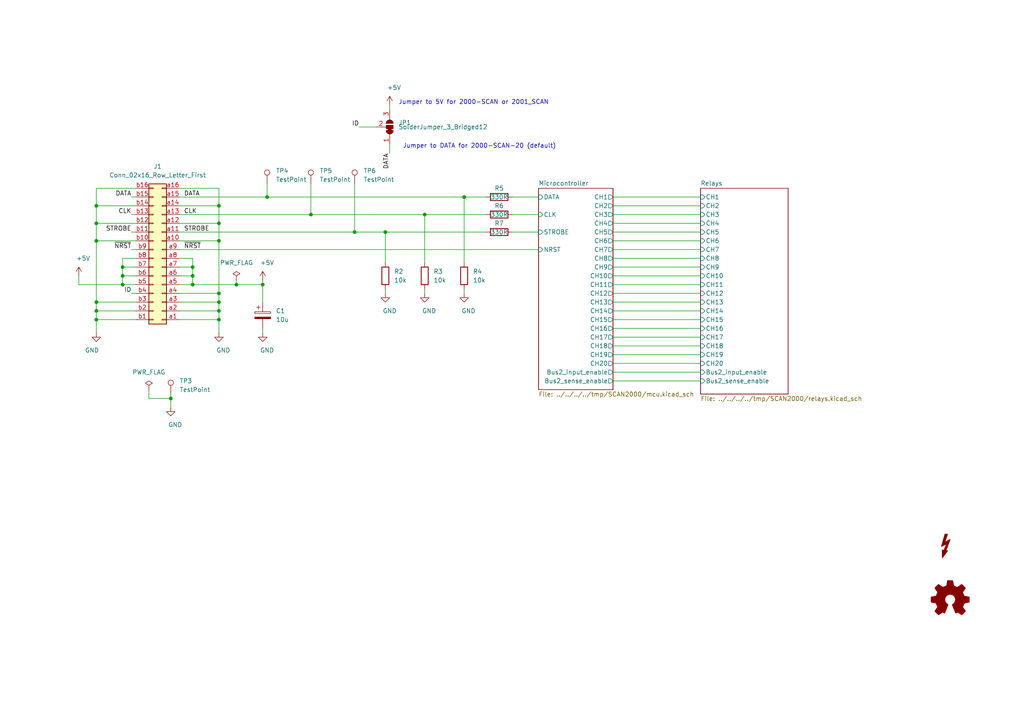
<source format=kicad_sch>
(kicad_sch (version 20230121) (generator eeschema)
  (paper "A4")
  (title_block (title "Keithley 2000-SCAN-20 SSR") (date "2022-01-11") (rev "v.1.1.0") (comment 1 "Copyright (©) 2021, Patrick Baus <patrick.baus@physik.tu-darmstadt.de>") (comment 2 "Licensed under CERN OHL v.1.2"))
  (lib_symbols
    (symbol "Connector:TestPoint" (pin_numbers hide) (pin_names (offset 0.762) hide)
      (property "Reference" "TP" (at 0 6.858 0))
      (property "Value" "TestPoint" (at 0 5.08 0))
      (symbol "TestPoint_0_1"
        (circle (center 0 3.302) (radius 0.762))
      )
      (symbol "TestPoint_1_1"
        (pin passive line (at 0 0 90) (length 2.54) (name "1") (number "1"))
      )
    )
    (symbol "Connector_Generic:Conn_02x16_Row_Letter_First" (pin_names (offset 1.016) hide)
      (property "Reference" "J" (at 1.27 20.32 0))
      (property "Value" "Conn_02x16_Row_Letter_First" (at 1.27 -22.86 0))
      (symbol "Conn_02x16_Row_Letter_First_1_1"
        (rectangle (start -1.27 -20.193) (end 0 -20.447) (stroke (width 0.1524)))
        (rectangle (start -1.27 -17.653) (end 0 -17.907) (stroke (width 0.1524)))
        (rectangle (start -1.27 -15.113) (end 0 -15.367) (stroke (width 0.1524)))
        (rectangle (start -1.27 -12.573) (end 0 -12.827) (stroke (width 0.1524)))
        (rectangle (start -1.27 -10.033) (end 0 -10.287) (stroke (width 0.1524)))
        (rectangle (start -1.27 -7.493) (end 0 -7.747) (stroke (width 0.1524)))
        (rectangle (start -1.27 -4.953) (end 0 -5.207) (stroke (width 0.1524)))
        (rectangle (start -1.27 -2.413) (end 0 -2.667) (stroke (width 0.1524)))
        (rectangle (start -1.27 0.127) (end 0 -0.127) (stroke (width 0.1524)))
        (rectangle (start -1.27 2.667) (end 0 2.413) (stroke (width 0.1524)))
        (rectangle (start -1.27 5.207) (end 0 4.953) (stroke (width 0.1524)))
        (rectangle (start -1.27 7.747) (end 0 7.493) (stroke (width 0.1524)))
        (rectangle (start -1.27 10.287) (end 0 10.033) (stroke (width 0.1524)))
        (rectangle (start -1.27 12.827) (end 0 12.573) (stroke (width 0.1524)))
        (rectangle (start -1.27 15.367) (end 0 15.113) (stroke (width 0.1524)))
        (rectangle (start -1.27 17.907) (end 0 17.653) (stroke (width 0.1524)))
        (rectangle (start -1.27 19.05) (end 3.81 -21.59) (stroke (width 0.254)) (fill (type background)))
        (rectangle (start 3.81 -20.193) (end 2.54 -20.447) (stroke (width 0.1524)))
        (rectangle (start 3.81 -17.653) (end 2.54 -17.907) (stroke (width 0.1524)))
        (rectangle (start 3.81 -15.113) (end 2.54 -15.367) (stroke (width 0.1524)))
        (rectangle (start 3.81 -12.573) (end 2.54 -12.827) (stroke (width 0.1524)))
        (rectangle (start 3.81 -10.033) (end 2.54 -10.287) (stroke (width 0.1524)))
        (rectangle (start 3.81 -7.493) (end 2.54 -7.747) (stroke (width 0.1524)))
        (rectangle (start 3.81 -4.953) (end 2.54 -5.207) (stroke (width 0.1524)))
        (rectangle (start 3.81 -2.413) (end 2.54 -2.667) (stroke (width 0.1524)))
        (rectangle (start 3.81 0.127) (end 2.54 -0.127) (stroke (width 0.1524)))
        (rectangle (start 3.81 2.667) (end 2.54 2.413) (stroke (width 0.1524)))
        (rectangle (start 3.81 5.207) (end 2.54 4.953) (stroke (width 0.1524)))
        (rectangle (start 3.81 7.747) (end 2.54 7.493) (stroke (width 0.1524)))
        (rectangle (start 3.81 10.287) (end 2.54 10.033) (stroke (width 0.1524)))
        (rectangle (start 3.81 12.827) (end 2.54 12.573) (stroke (width 0.1524)))
        (rectangle (start 3.81 15.367) (end 2.54 15.113) (stroke (width 0.1524)))
        (rectangle (start 3.81 17.907) (end 2.54 17.653) (stroke (width 0.1524)))
        (pin passive line (at -5.08 17.78 0) (length 3.81) (name "Pin_a1") (number "a1"))
        (pin passive line (at -5.08 -5.08 0) (length 3.81) (name "Pin_a10") (number "a10"))
        (pin passive line (at -5.08 -7.62 0) (length 3.81) (name "Pin_a11") (number "a11"))
        (pin passive line (at -5.08 -10.16 0) (length 3.81) (name "Pin_a12") (number "a12"))
        (pin passive line (at -5.08 -12.7 0) (length 3.81) (name "Pin_a13") (number "a13"))
        (pin passive line (at -5.08 -15.24 0) (length 3.81) (name "Pin_a14") (number "a14"))
        (pin passive line (at -5.08 -17.78 0) (length 3.81) (name "Pin_a15") (number "a15"))
        (pin passive line (at -5.08 -20.32 0) (length 3.81) (name "Pin_a16") (number "a16"))
        (pin passive line (at -5.08 15.24 0) (length 3.81) (name "Pin_a2") (number "a2"))
        (pin passive line (at -5.08 12.7 0) (length 3.81) (name "Pin_a3") (number "a3"))
        (pin passive line (at -5.08 10.16 0) (length 3.81) (name "Pin_a4") (number "a4"))
        (pin passive line (at -5.08 7.62 0) (length 3.81) (name "Pin_a5") (number "a5"))
        (pin passive line (at -5.08 5.08 0) (length 3.81) (name "Pin_a6") (number "a6"))
        (pin passive line (at -5.08 2.54 0) (length 3.81) (name "Pin_a7") (number "a7"))
        (pin passive line (at -5.08 0 0) (length 3.81) (name "Pin_a8") (number "a8"))
        (pin passive line (at -5.08 -2.54 0) (length 3.81) (name "Pin_a9") (number "a9"))
        (pin passive line (at 7.62 17.78 180) (length 3.81) (name "Pin_b1") (number "b1"))
        (pin passive line (at 7.62 -5.08 180) (length 3.81) (name "Pin_b10") (number "b10"))
        (pin passive line (at 7.62 -7.62 180) (length 3.81) (name "Pin_b11") (number "b11"))
        (pin passive line (at 7.62 -10.16 180) (length 3.81) (name "Pin_b12") (number "b12"))
        (pin passive line (at 7.62 -12.7 180) (length 3.81) (name "Pin_b13") (number "b13"))
        (pin passive line (at 7.62 -15.24 180) (length 3.81) (name "Pin_b14") (number "b14"))
        (pin passive line (at 7.62 -17.78 180) (length 3.81) (name "Pin_b15") (number "b15"))
        (pin passive line (at 7.62 -20.32 180) (length 3.81) (name "Pin_b16") (number "b16"))
        (pin passive line (at 7.62 15.24 180) (length 3.81) (name "Pin_b2") (number "b2"))
        (pin passive line (at 7.62 12.7 180) (length 3.81) (name "Pin_b3") (number "b3"))
        (pin passive line (at 7.62 10.16 180) (length 3.81) (name "Pin_b4") (number "b4"))
        (pin passive line (at 7.62 7.62 180) (length 3.81) (name "Pin_b5") (number "b5"))
        (pin passive line (at 7.62 5.08 180) (length 3.81) (name "Pin_b6") (number "b6"))
        (pin passive line (at 7.62 2.54 180) (length 3.81) (name "Pin_b7") (number "b7"))
        (pin passive line (at 7.62 0 180) (length 3.81) (name "Pin_b8") (number "b8"))
        (pin passive line (at 7.62 -2.54 180) (length 3.81) (name "Pin_b9") (number "b9"))
      )
    )
    (symbol "Device:C_Polarized" (pin_numbers hide) (pin_names (offset 0.254))
      (property "Reference" "C" (at 0.635 2.54 0))
      (property "Value" "C_Polarized" (at 0.635 -2.54 0))
      (symbol "C_Polarized_0_1"
        (rectangle (start -2.286 0.508) (end 2.286 1.016))
        (polyline (pts (xy -1.778 2.286) (xy -0.762 2.286)))
        (polyline (pts (xy -1.27 2.794) (xy -1.27 1.778)))
        (rectangle (start 2.286 -0.508) (end -2.286 -1.016) (fill (type outline)))
      )
      (symbol "C_Polarized_1_1"
        (pin passive line (at 0 3.81 270) (length 2.794) (name "~") (number "1"))
        (pin passive line (at 0 -3.81 90) (length 2.794) (name "~") (number "2"))
      )
    )
    (symbol "Device:R" (pin_numbers hide) (pin_names (offset 0))
      (property "Reference" "R" (at 2.032 0 90))
      (property "Value" "R" (at 0 0 90))
      (symbol "R_0_1"
        (rectangle (start -1.016 -2.54) (end 1.016 2.54) (stroke (width 0.254)))
      )
      (symbol "R_1_1"
        (pin passive line (at 0 3.81 270) (length 1.27) (name "~") (number "1"))
        (pin passive line (at 0 -3.81 90) (length 1.27) (name "~") (number "2"))
      )
    )
    (symbol "Graphic:Logo_Open_Hardware_Small" (pin_names (offset 1.016))
      (symbol "Logo_Open_Hardware_Small_0_1"
        (polyline (pts (xy 3.3528 -4.3434) (xy 3.302 -4.318) (xy 3.175 -4.2418) (xy 2.9972 -4.1148) (xy 2.7686 -3.9624) (xy 2.54 -3.81) (xy 2.3622 -3.7084) (xy 2.2352 -3.6068) (xy 2.1844 -3.5814) (xy 2.159 -3.6068) (xy 2.0574 -3.6576) (xy 1.905 -3.7338) (xy 1.8034 -3.7846) (xy 1.6764 -3.8354) (xy 1.6002 -3.8354) (xy 1.6002 -3.8354) (xy 1.5494 -3.7338) (xy 1.4732 -3.5306) (xy 1.3462 -3.302) (xy 1.2446 -3.0226) (xy 1.1176 -2.7178) (xy 0.9652 -2.413) (xy 0.8636 -2.1082) (xy 0.7366 -1.8288) (xy 0.6604 -1.6256) (xy 0.6096 -1.4732) (xy 0.5842 -1.397) (xy 0.5842 -1.397) (xy 0.6604 -1.3208) (xy 0.7874 -1.2446) (xy 1.0414 -1.016) (xy 1.2954 -0.6858) (xy 1.4478 -0.3302) (xy 1.524 0.0762) (xy 1.4732 0.4572) (xy 1.3208 0.8128) (xy 1.0668 1.143) (xy 0.762 1.3716) (xy 0.4064 1.524) (xy 0 1.5748) (xy -0.381 1.5494) (xy -0.7366 1.397) (xy -1.0668 1.143) (xy -1.2192 0.9906) (xy -1.397 0.6604) (xy -1.524 0.3048) (xy -1.524 0.2286) (xy -1.4986 -0.1778) (xy -1.397 -0.5334) (xy -1.1938 -0.8636) (xy -0.9144 -1.143) (xy -0.8636 -1.1684) (xy -0.7366 -1.27) (xy -0.635 -1.3462) (xy -0.5842 -1.397) (xy -1.0668 -2.5908) (xy -1.143 -2.794) (xy -1.2954 -3.1242) (xy -1.397 -3.4036) (xy -1.4986 -3.6322) (xy -1.5748 -3.7846) (xy -1.6002 -3.8354) (xy -1.6002 -3.8354) (xy -1.651 -3.8354) (xy -1.7272 -3.81) (xy -1.905 -3.7338) (xy -2.0066 -3.683) (xy -2.1336 -3.6068) (xy -2.2098 -3.5814) (xy -2.2606 -3.6068) (xy -2.3622 -3.683) (xy -2.54 -3.81) (xy -2.7686 -3.9624) (xy -2.9718 -4.0894) (xy -3.1496 -4.2164) (xy -3.302 -4.318) (xy -3.3528 -4.3434) (xy -3.3782 -4.3434) (xy -3.429 -4.318) (xy -3.5306 -4.2164) (xy -3.7084 -4.064) (xy -3.937 -3.8354) (xy -3.9624 -3.81) (xy -4.1656 -3.6068) (xy -4.318 -3.4544) (xy -4.4196 -3.3274) (xy -4.445 -3.2766) (xy -4.445 -3.2766) (xy -4.4196 -3.2258) (xy -4.318 -3.0734) (xy -4.2164 -2.8956) (xy -4.064 -2.667) (xy -3.6576 -2.0828) (xy -3.8862 -1.5494) (xy -3.937 -1.3716) (xy -4.0386 -1.1684) (xy -4.0894 -1.0414) (xy -4.1148 -0.9652) (xy -4.191 -0.9398) (xy -4.318 -0.9144) (xy -4.5466 -0.8636) (xy -4.8006 -0.8128) (xy -5.0546 -0.7874) (xy -5.2578 -0.7366) (xy -5.4356 -0.7112) (xy -5.5118 -0.6858) (xy -5.5118 -0.6858) (xy -5.5372 -0.635) (xy -5.5372 -0.5588) (xy -5.5372 -0.4318) (xy -5.5626 -0.2286) (xy -5.5626 0.0762) (xy -5.5626 0.127) (xy -5.5372 0.4064) (xy -5.5372 0.635) (xy -5.5372 0.762) (xy -5.5372 0.8382) (xy -5.5372 0.8382) (xy -5.461 0.8382) (xy -5.3086 0.889) (xy -5.08 0.9144) (xy -4.826 0.9652) (xy -4.8006 0.9906) (xy -4.5466 1.0414) (xy -4.318 1.0668) (xy -4.1656 1.1176) (xy -4.0894 1.143) (xy -4.0894 1.143) (xy -4.0386 1.2446) (xy -3.9624 1.4224) (xy -3.8608 1.6256) (xy -3.7846 1.8288) (xy -3.7084 2.0066) (xy -3.6576 2.159) (xy -3.6322 2.2098) (xy -3.6322 2.2098) (xy -3.683 2.286) (xy -3.7592 2.413) (xy -3.8862 2.5908) (xy -4.064 2.8194) (xy -4.064 2.8448) (xy -4.2164 3.0734) (xy -4.3434 3.2512) (xy -4.4196 3.3782) (xy -4.445 3.4544) (xy -4.445 3.4544) (xy -4.3942 3.5052) (xy -4.2926 3.6322) (xy -4.1148 3.81) (xy -3.937 4.0132) (xy -3.8608 4.064) (xy -3.6576 4.2926) (xy -3.5052 4.4196) (xy -3.4036 4.4958) (xy -3.3528 4.5212) (xy -3.3528 4.5212) (xy -3.302 4.4704) (xy -3.1496 4.3688) (xy -2.9718 4.2418) (xy -2.7432 4.0894) (xy -2.7178 4.0894) (xy -2.4892 3.937) (xy -2.3114 3.81) (xy -2.1844 3.7084) (xy -2.1336 3.683) (xy -2.1082 3.683) (xy -2.032 3.7084) (xy -1.8542 3.7592) (xy -1.6764 3.8354) (xy -1.4732 3.937) (xy -1.27 4.0132) (xy -1.143 4.064) (xy -1.0668 4.1148) (xy -1.0668 4.1148) (xy -1.0414 4.191) (xy -1.016 4.3434) (xy -0.9652 4.572) (xy -0.9144 4.8514) (xy -0.889 4.9022) (xy -0.8382 5.1562) (xy -0.8128 5.3848) (xy -0.7874 5.5372) (xy -0.762 5.588) (xy -0.7112 5.6134) (xy -0.5842 5.6134) (xy -0.4064 5.6134) (xy -0.1524 5.6134) (xy 0.0762 5.6134) (xy 0.3302 5.6134) (xy 0.5334 5.6134) (xy 0.6858 5.588) (xy 0.7366 5.588) (xy 0.7366 5.588) (xy 0.762 5.5118) (xy 0.8128 5.334) (xy 0.8382 5.1054) (xy 0.9144 4.826) (xy 0.9144 4.7752) (xy 0.9652 4.5212) (xy 1.016 4.2926) (xy 1.0414 4.1402) (xy 1.0668 4.0894) (xy 1.0668 4.0894) (xy 1.1938 4.0386) (xy 1.3716 3.9624) (xy 1.5748 3.8608) (xy 2.0828 3.6576) (xy 2.7178 4.0894) (xy 2.7686 4.1402) (xy 2.9972 4.2926) (xy 3.175 4.4196) (xy 3.302 4.4958) (xy 3.3782 4.5212) (xy 3.3782 4.5212) (xy 3.429 4.4704) (xy 3.556 4.3434) (xy 3.7338 4.191) (xy 3.9116 3.9878) (xy 4.064 3.8354) (xy 4.2418 3.6576) (xy 4.3434 3.556) (xy 4.4196 3.4798) (xy 4.4196 3.429) (xy 4.4196 3.4036) (xy 4.3942 3.3274) (xy 4.2926 3.2004) (xy 4.1656 2.9972) (xy 4.0132 2.794) (xy 3.8862 2.5908) (xy 3.7592 2.3876) (xy 3.6576 2.2352) (xy 3.6322 2.159) (xy 3.6322 2.1336) (xy 3.683 2.0066) (xy 3.7592 1.8288) (xy 3.8608 1.6002) (xy 4.064 1.1176) (xy 4.3942 1.0414) (xy 4.5974 1.016) (xy 4.8768 0.9652) (xy 5.1308 0.9144) (xy 5.5372 0.8382) (xy 5.5626 -0.6604) (xy 5.4864 -0.6858) (xy 5.4356 -0.6858) (xy 5.2832 -0.7366) (xy 5.0546 -0.762) (xy 4.8006 -0.8128) (xy 4.5974 -0.8636) (xy 4.3688 -0.9144) (xy 4.2164 -0.9398) (xy 4.1402 -0.9398) (xy 4.1148 -0.9652) (xy 4.064 -1.0668) (xy 3.9878 -1.2446) (xy 3.9116 -1.4478) (xy 3.81 -1.651) (xy 3.7338 -1.8542) (xy 3.683 -2.0066) (xy 3.6576 -2.0828) (xy 3.683 -2.1336) (xy 3.7846 -2.2606) (xy 3.8862 -2.4638) (xy 4.0386 -2.667) (xy 4.191 -2.8956) (xy 4.318 -3.0734) (xy 4.3942 -3.2004) (xy 4.445 -3.2766) (xy 4.4196 -3.3274) (xy 4.3434 -3.429) (xy 4.1656 -3.5814) (xy 3.937 -3.8354) (xy 3.8862 -3.8608) (xy 3.683 -4.064) (xy 3.5306 -4.2164) (xy 3.4036 -4.318) (xy 3.3528 -4.3434)) (fill (type outline)))
      )
    )
    (symbol "Graphic:SYM_Flash_Small" (pin_names (offset 1.016))
      (symbol "SYM_Flash_Small_0_1"
        (polyline (pts (xy 0.508 -1.016) (xy -1.016 -0.762) (xy -1.016 -3.048) (xy 0.508 -1.016)) (stroke (width 0.2032)) (fill (type outline)))
        (polyline (pts (xy -0.254 3.81) (xy 0.508 3.81) (xy -0.254 1.524) (xy 1.27 2.286) (xy 0 -1.016) (xy -0.508 -0.762) (xy 0.254 1.016) (xy -1.27 0.254) (xy -0.254 3.81)) (stroke (width 0.2032)) (fill (type outline)))
      )
    )
    (symbol "Jumper:SolderJumper_3_Bridged12" (pin_names (offset 0) hide)
      (property "Reference" "JP" (at -2.54 -2.54 0))
      (property "Value" "SolderJumper_3_Bridged12" (at 0 2.794 0))
      (symbol "SolderJumper_3_Bridged12_0_1"
        (rectangle (start -1.016 0.508) (end -0.508 -0.508) (fill (type outline)))
        (arc (start -1.016 1.016) (mid -2.0276 0) (end -1.016 -1.016))
        (arc (start -1.016 1.016) (mid -2.0276 0) (end -1.016 -1.016) (fill (type outline)))
        (rectangle (start -0.508 1.016) (end 0.508 -1.016) (fill (type outline)))
        (polyline (pts (xy -2.54 0) (xy -2.032 0)))
        (polyline (pts (xy -1.016 1.016) (xy -1.016 -1.016)))
        (polyline (pts (xy 0 -1.27) (xy 0 -1.016)))
        (polyline (pts (xy 1.016 1.016) (xy 1.016 -1.016)))
        (polyline (pts (xy 2.54 0) (xy 2.032 0)))
        (arc (start 1.016 -1.016) (mid 2.0276 0) (end 1.016 1.016))
        (arc (start 1.016 -1.016) (mid 2.0276 0) (end 1.016 1.016) (fill (type outline)))
      )
      (symbol "SolderJumper_3_Bridged12_1_1"
        (pin passive line (at -5.08 0 0) (length 2.54) (name "A") (number "1"))
        (pin input line (at 0 -3.81 90) (length 2.54) (name "C") (number "2"))
        (pin passive line (at 5.08 0 180) (length 2.54) (name "B") (number "3"))
      )
    )
    (symbol "power:+5V" (power) (pin_names (offset 0))
      (property "Value" "+5V" (at 0 3.556 0))
      (symbol "+5V_0_1"
        (polyline (pts (xy -0.762 1.27) (xy 0 2.54)))
        (polyline (pts (xy 0 0) (xy 0 2.54)))
        (polyline (pts (xy 0 2.54) (xy 0.762 1.27)))
      )
      (symbol "+5V_1_1"
        (pin power_in line (at 0 0 90) (length 0) hide (name "+5V") (number "1"))
      )
    )
    (symbol "power:GND" (power) (pin_names (offset 0))
      (property "Value" "GND" (at 0 -3.81 0))
      (symbol "GND_0_1"
        (polyline (pts (xy 0 0) (xy 0 -1.27) (xy 1.27 -1.27) (xy 0 -2.54) (xy -1.27 -1.27) (xy 0 -1.27)))
      )
      (symbol "GND_1_1"
        (pin power_in line (at 0 0 270) (length 0) hide (name "GND") (number "1"))
      )
    )
    (symbol "power:PWR_FLAG" (power) (pin_numbers hide) (pin_names (offset 0) hide)
      (property "Value" "PWR_FLAG" (at 0 3.81 0))
      (symbol "PWR_FLAG_0_0"
        (pin power_out line (at 0 0 90) (length 0) (name "pwr") (number "1"))
      )
      (symbol "PWR_FLAG_0_1"
        (polyline (pts (xy 0 0) (xy 0 1.27) (xy -1.016 1.905) (xy 0 2.54) (xy 1.016 1.905) (xy 0 1.27)))
      )
    )
  )
  (junction (at 63.5 90.17))
  (junction (at 102.87 67.31))
  (junction (at 77.47 57.15))
  (junction (at 27.94 87.63))
  (junction (at 27.94 92.71))
  (junction (at 63.5 69.85))
  (junction (at 49.53 115.57))
  (junction (at 123.19 62.23))
  (junction (at 63.5 85.09))
  (junction (at 27.94 59.69))
  (junction (at 55.88 82.55))
  (junction (at 27.94 69.85))
  (junction (at 35.56 77.47))
  (junction (at 63.5 59.69))
  (junction (at 76.2 82.55))
  (junction (at 35.56 82.55))
  (junction (at 134.62 57.15))
  (junction (at 55.88 80.01))
  (junction (at 111.76 67.31))
  (junction (at 90.17 62.23))
  (junction (at 63.5 87.63))
  (junction (at 27.94 64.77))
  (junction (at 27.94 90.17))
  (junction (at 63.5 92.71))
  (junction (at 63.5 64.77))
  (junction (at 68.58 82.55))
  (junction (at 35.56 80.01))
  (junction (at 55.88 77.47))
  (wire (pts (xy 177.8 82.55) (xy 203.2 82.55)))
  (wire (pts (xy 113.03 41.91) (xy 113.03 44.45)))
  (wire (pts (xy 22.86 82.55) (xy 22.86 80.01)))
  (wire (pts (xy 102.87 53.34) (xy 102.87 67.31)))
  (wire (pts (xy 39.37 74.93) (xy 35.56 74.93)))
  (wire (pts (xy 39.37 87.63) (xy 27.94 87.63)))
  (wire (pts (xy 52.07 90.17) (xy 63.5 90.17)))
  (wire (pts (xy 76.2 82.55) (xy 76.2 81.28)))
  (wire (pts (xy 177.8 107.95) (xy 203.2 107.95)))
  (wire (pts (xy 35.56 82.55) (xy 22.86 82.55)))
  (wire (pts (xy 52.07 82.55) (xy 55.88 82.55)))
  (wire (pts (xy 76.2 96.52) (xy 76.2 95.25)))
  (wire (pts (xy 140.97 67.31) (xy 111.76 67.31)))
  (wire (pts (xy 177.8 72.39) (xy 203.2 72.39)))
  (wire (pts (xy 27.94 54.61) (xy 27.94 59.69)))
  (wire (pts (xy 134.62 57.15) (xy 140.97 57.15)))
  (wire (pts (xy 63.5 54.61) (xy 63.5 59.69)))
  (wire (pts (xy 177.8 67.31) (xy 203.2 67.31)))
  (wire (pts (xy 156.21 57.15) (xy 148.59 57.15)))
  (wire (pts (xy 43.18 113.03) (xy 43.18 115.57)))
  (wire (pts (xy 90.17 53.34) (xy 90.17 62.23)))
  (wire (pts (xy 111.76 76.2) (xy 111.76 67.31)))
  (wire (pts (xy 156.21 62.23) (xy 148.59 62.23)))
  (wire (pts (xy 177.8 62.23) (xy 203.2 62.23)))
  (wire (pts (xy 63.5 87.63) (xy 63.5 90.17)))
  (wire (pts (xy 177.8 59.69) (xy 203.2 59.69)))
  (wire (pts (xy 27.94 87.63) (xy 27.94 90.17)))
  (wire (pts (xy 177.8 105.41) (xy 203.2 105.41)))
  (wire (pts (xy 27.94 59.69) (xy 27.94 64.77)))
  (wire (pts (xy 39.37 57.15) (xy 38.1 57.15)))
  (wire (pts (xy 39.37 54.61) (xy 27.94 54.61)))
  (wire (pts (xy 177.8 95.25) (xy 203.2 95.25)))
  (wire (pts (xy 52.07 59.69) (xy 63.5 59.69)))
  (wire (pts (xy 63.5 59.69) (xy 63.5 64.77)))
  (wire (pts (xy 49.53 115.57) (xy 43.18 115.57)))
  (wire (pts (xy 55.88 82.55) (xy 68.58 82.55)))
  (wire (pts (xy 27.94 69.85) (xy 27.94 87.63)))
  (wire (pts (xy 177.8 97.79) (xy 203.2 97.79)))
  (wire (pts (xy 77.47 53.34) (xy 77.47 57.15)))
  (wire (pts (xy 49.53 118.11) (xy 49.53 115.57)))
  (wire (pts (xy 52.07 85.09) (xy 63.5 85.09)))
  (wire (pts (xy 55.88 80.01) (xy 52.07 80.01)))
  (wire (pts (xy 55.88 82.55) (xy 55.88 80.01)))
  (wire (pts (xy 111.76 83.82) (xy 111.76 85.09)))
  (wire (pts (xy 39.37 69.85) (xy 27.94 69.85)))
  (wire (pts (xy 177.8 80.01) (xy 203.2 80.01)))
  (wire (pts (xy 27.94 90.17) (xy 27.94 92.71)))
  (wire (pts (xy 39.37 82.55) (xy 35.56 82.55)))
  (wire (pts (xy 177.8 90.17) (xy 203.2 90.17)))
  (wire (pts (xy 76.2 87.63) (xy 76.2 82.55)))
  (wire (pts (xy 102.87 67.31) (xy 111.76 67.31)))
  (wire (pts (xy 177.8 85.09) (xy 203.2 85.09)))
  (wire (pts (xy 177.8 74.93) (xy 203.2 74.93)))
  (wire (pts (xy 52.07 92.71) (xy 63.5 92.71)))
  (wire (pts (xy 27.94 64.77) (xy 27.94 69.85)))
  (wire (pts (xy 39.37 62.23) (xy 38.1 62.23)))
  (wire (pts (xy 177.8 102.87) (xy 203.2 102.87)))
  (wire (pts (xy 68.58 82.55) (xy 76.2 82.55)))
  (wire (pts (xy 123.19 62.23) (xy 140.97 62.23)))
  (wire (pts (xy 39.37 67.31) (xy 38.1 67.31)))
  (wire (pts (xy 177.8 64.77) (xy 203.2 64.77)))
  (wire (pts (xy 52.07 74.93) (xy 55.88 74.93)))
  (wire (pts (xy 52.07 57.15) (xy 77.47 57.15)))
  (wire (pts (xy 35.56 74.93) (xy 35.56 77.47)))
  (wire (pts (xy 39.37 92.71) (xy 27.94 92.71)))
  (wire (pts (xy 123.19 76.2) (xy 123.19 62.23)))
  (wire (pts (xy 55.88 77.47) (xy 55.88 80.01)))
  (wire (pts (xy 177.8 110.49) (xy 203.2 110.49)))
  (wire (pts (xy 90.17 62.23) (xy 123.19 62.23)))
  (wire (pts (xy 123.19 83.82) (xy 123.19 85.09)))
  (wire (pts (xy 52.07 64.77) (xy 63.5 64.77)))
  (wire (pts (xy 49.53 115.57) (xy 49.53 114.3)))
  (wire (pts (xy 39.37 90.17) (xy 27.94 90.17)))
  (wire (pts (xy 55.88 74.93) (xy 55.88 77.47)))
  (wire (pts (xy 39.37 85.09) (xy 38.1 85.09)))
  (wire (pts (xy 113.03 30.48) (xy 113.03 31.75)))
  (wire (pts (xy 177.8 100.33) (xy 203.2 100.33)))
  (wire (pts (xy 52.07 87.63) (xy 63.5 87.63)))
  (wire (pts (xy 52.07 54.61) (xy 63.5 54.61)))
  (wire (pts (xy 52.07 67.31) (xy 102.87 67.31)))
  (wire (pts (xy 39.37 64.77) (xy 27.94 64.77)))
  (wire (pts (xy 134.62 76.2) (xy 134.62 57.15)))
  (wire (pts (xy 35.56 82.55) (xy 35.56 80.01)))
  (wire (pts (xy 52.07 62.23) (xy 90.17 62.23)))
  (wire (pts (xy 52.07 72.39) (xy 156.21 72.39)))
  (wire (pts (xy 52.07 69.85) (xy 63.5 69.85)))
  (wire (pts (xy 109.22 36.83) (xy 104.14 36.83)))
  (wire (pts (xy 63.5 92.71) (xy 63.5 96.52)))
  (wire (pts (xy 39.37 59.69) (xy 27.94 59.69)))
  (wire (pts (xy 63.5 90.17) (xy 63.5 92.71)))
  (wire (pts (xy 52.07 77.47) (xy 55.88 77.47)))
  (wire (pts (xy 35.56 80.01) (xy 39.37 80.01)))
  (wire (pts (xy 39.37 77.47) (xy 35.56 77.47)))
  (wire (pts (xy 63.5 85.09) (xy 63.5 87.63)))
  (wire (pts (xy 39.37 72.39) (xy 38.1 72.39)))
  (wire (pts (xy 35.56 77.47) (xy 35.56 80.01)))
  (wire (pts (xy 156.21 67.31) (xy 148.59 67.31)))
  (wire (pts (xy 63.5 69.85) (xy 63.5 85.09)))
  (wire (pts (xy 177.8 92.71) (xy 203.2 92.71)))
  (wire (pts (xy 177.8 77.47) (xy 203.2 77.47)))
  (wire (pts (xy 177.8 87.63) (xy 203.2 87.63)))
  (wire (pts (xy 77.47 57.15) (xy 134.62 57.15)))
  (wire (pts (xy 63.5 64.77) (xy 63.5 69.85)))
  (wire (pts (xy 177.8 57.15) (xy 203.2 57.15)))
  (wire (pts (xy 177.8 69.85) (xy 203.2 69.85)))
  (wire (pts (xy 134.62 83.82) (xy 134.62 85.09)))
  (wire (pts (xy 68.58 81.28) (xy 68.58 82.55)))
  (wire (pts (xy 27.94 92.71) (xy 27.94 96.52)))
  (text "Jumper to 5V for 2000-SCAN or 2001_SCAN\n" (at 115.57 30.48 0) (effects (font (size 1.27 1.27)) (justify left bottom)))
  (text "Jumper to DATA for 2000-SCAN-20 (default)" (at 116.84 43.18 0) (effects (font (size 1.27 1.27)) (justify left bottom)))
  (label "STROBE" (at 38.1 67.31 180))
  (label "ID" (at 38.1 85.09 180))
  (label "CLK" (at 53.34 62.23 0))
  (label "DATA" (at 38.1 57.15 180))
  (label "STROBE" (at 53.34 67.31 0))
  (label "~{NRST}" (at 53.34 72.39 0))
  (label "ID" (at 104.14 36.83 180))
  (label "CLK" (at 38.1 62.23 180))
  (label "~{NRST}" (at 38.1 72.39 180))
  (label "DATA" (at 53.34 57.15 0))
  (label "DATA" (at 113.03 44.45 270))
  (symbol (lib_id "Connector_Generic:Conn_02x16_Row_Letter_First") (at 46.99 74.93 180) (unit 1)
    (property "Reference" "J1" (at 45.72 48.26 0))
    (property "Value" "Conn_02x16_Row_Letter_First" (at 45.72 50.8 0))
    (property "Footprint" "Connector_DIN:DIN41612_B2_2x16_Male_Horizontal_THT" (effects hide))
    (property "MFN" "Molex" (effects hide))
    (property "PN" "85050-0000" (effects hide))
  )
  (symbol (lib_id "power:GND") (at 63.5 96.52 0) (unit 1)
    (property "Reference" "#PWR03" (effects hide))
    (property "Value" "GND" (at 64.77 101.6 0))
  )
  (symbol (lib_id "power:GND") (at 27.94 96.52 0) (mirror y) (unit 1)
    (property "Reference" "#PWR02" (effects hide))
    (property "Value" "GND" (at 26.67 101.6 0))
  )
  (symbol (lib_id "power:+5V") (at 76.2 81.28 0) (unit 1)
    (property "Reference" "#PWR04" (effects hide))
    (property "Value" "+5V" (at 77.47 76.2 0))
  )
  (symbol (lib_id "power:+5V") (at 22.86 80.01 0) (unit 1)
    (property "Reference" "#PWR01" (effects hide))
    (property "Value" "+5V" (at 24.13 74.93 0))
  )
  (symbol (lib_id "power:+5V") (at 113.03 30.48 0) (unit 1)
    (property "Reference" "#PWR08" (effects hide))
    (property "Value" "+5V" (at 114.3 25.4 0))
  )
  (symbol (lib_id "Jumper:SolderJumper_3_Bridged12") (at 113.03 36.83 270) (mirror x) (unit 1) (in_bom no)
    (property "Reference" "JP1" (at 115.57 35.56 90) (effects (justify left)))
    (property "Value" "SolderJumper_3_Bridged12" (at 115.57 36.83 90) (effects (justify left)))
    (property "Footprint" "Jumper:SolderJumper-3_P1.3mm_Bridged12_Pad1.0x1.5mm_NumberLabels" (effects hide))
    (property "DNP" "1" (effects hide))
  )
  (symbol (lib_id "Device:R") (at 111.76 80.01 0) (unit 1)
    (property "Reference" "R2" (at 114.3 78.74 0) (effects (justify left)))
    (property "Value" "10k" (at 114.3 81.28 0) (effects (justify left)))
    (property "Footprint" "Resistor_SMD:R_0603_1608Metric" (effects hide))
    (property "MFN" "Vishay" (effects hide))
    (property "PN" "CRCW060310K0JNEB" (effects hide))
  )
  (symbol (lib_id "power:GND") (at 111.76 85.09 0) (unit 1)
    (property "Reference" "#PWR07" (effects hide))
    (property "Value" "GND" (at 113.03 90.17 0))
  )
  (symbol (lib_id "Device:R") (at 144.78 57.15 270) (unit 1)
    (property "Reference" "R5" (at 144.78 54.61 90))
    (property "Value" "330R" (at 144.78 57.15 90))
    (property "Footprint" "Resistor_SMD:R_0603_1608Metric" (effects hide))
    (property "MFN" "Vishay" (effects hide))
    (property "PN" "CRCW0603330RJNEB" (effects hide))
  )
  (symbol (lib_id "Device:R") (at 144.78 62.23 270) (unit 1)
    (property "Reference" "R6" (at 144.78 59.69 90))
    (property "Value" "330R" (at 144.78 62.23 90))
    (property "Footprint" "Resistor_SMD:R_0603_1608Metric" (effects hide))
    (property "MFN" "Vishay" (effects hide))
    (property "PN" "CRCW0603330RJNEB" (effects hide))
  )
  (symbol (lib_id "Device:R") (at 144.78 67.31 270) (unit 1)
    (property "Reference" "R7" (at 144.78 64.77 90))
    (property "Value" "330R" (at 144.78 67.31 90))
    (property "Footprint" "Resistor_SMD:R_0603_1608Metric" (effects hide))
    (property "MFN" "Vishay" (effects hide))
    (property "PN" "CRCW0603330RJNEB" (effects hide))
  )
  (symbol (lib_id "Device:R") (at 123.19 80.01 0) (unit 1)
    (property "Reference" "R3" (at 125.73 78.74 0) (effects (justify left)))
    (property "Value" "10k" (at 125.73 81.28 0) (effects (justify left)))
    (property "Footprint" "Resistor_SMD:R_0603_1608Metric" (effects hide))
    (property "MFN" "Vishay" (effects hide))
    (property "PN" "CRCW060310K0JNEB" (effects hide))
  )
  (symbol (lib_id "power:GND") (at 123.19 85.09 0) (unit 1)
    (property "Reference" "#PWR09" (effects hide))
    (property "Value" "GND" (at 124.46 90.17 0))
  )
  (symbol (lib_id "Device:R") (at 134.62 80.01 0) (unit 1)
    (property "Reference" "R4" (at 137.16 78.74 0) (effects (justify left)))
    (property "Value" "10k" (at 137.16 81.28 0) (effects (justify left)))
    (property "Footprint" "Resistor_SMD:R_0603_1608Metric" (effects hide))
    (property "MFN" "Vishay" (effects hide))
    (property "PN" "CRCW060310K0JNEB" (effects hide))
  )
  (symbol (lib_id "power:GND") (at 134.62 85.09 0) (unit 1)
    (property "Reference" "#PWR010" (effects hide))
    (property "Value" "GND" (at 135.89 90.17 0))
  )
  (symbol (lib_id "Device:C_Polarized") (at 76.2 91.44 0) (unit 1)
    (property "Reference" "C1" (at 80.01 90.17 0) (effects (justify left)))
    (property "Value" "10u" (at 80.01 92.71 0) (effects (justify left)))
    (property "Footprint" "Capacitor_THT:CP_Radial_D6.3mm_P2.50mm" (effects hide))
    (property "MFN" "Nichicon" (effects hide))
    (property "PN" "ULD2A100MED1TD" (effects hide))
  )
  (symbol (lib_id "power:GND") (at 76.2 96.52 0) (unit 1)
    (property "Reference" "#PWR05" (effects hide))
    (property "Value" "GND" (at 77.47 101.6 0))
  )
  (symbol (lib_id "Graphic:Logo_Open_Hardware_Small") (at 275.59 173.99 0) (unit 1) (in_bom no)
    (property "Reference" "LOGO2" (effects hide))
    (property "Value" "Logo_Open_Hardware_Small" (effects hide))
    (property "Footprint" "Symbol:OSHW-Logo_7.5x8mm_SilkScreen" (effects hide))
    (property "DNP" "1" (effects hide))
  )
  (symbol (lib_id "Connector:TestPoint") (at 49.53 114.3 0) (unit 1)
    (property "Reference" "TP3" (at 52.07 110.49 0) (effects (justify left)))
    (property "Value" "TestPoint" (at 52.07 113.03 0) (effects (justify left)))
    (property "Footprint" "TestPoint:TestPoint_Loop_D2.60mm_Drill1.6mm_Beaded" (effects hide))
    (property "MFN" "Keystone" (effects hide))
    (property "PN" "5281" (effects hide))
  )
  (symbol (lib_id "power:GND") (at 49.53 118.11 0) (unit 1)
    (property "Reference" "#PWR0101" (effects hide))
    (property "Value" "GND" (at 50.8 123.19 0))
  )
  (symbol (lib_id "Connector:TestPoint") (at 77.47 53.34 0) (unit 1)
    (property "Reference" "TP4" (at 80.01 49.53 0) (effects (justify left)))
    (property "Value" "TestPoint" (at 80.01 52.07 0) (effects (justify left)))
    (property "Footprint" "TestPoint:TestPoint_Loop_D2.60mm_Drill1.6mm_Beaded" (effects hide))
    (property "MFN" "Keystone" (effects hide))
    (property "PN" "5286" (effects hide))
    (property "DNP" "1" (effects hide))
    (property "Note" "Solder only for debugging" (effects hide))
  )
  (symbol (lib_id "Connector:TestPoint") (at 90.17 53.34 0) (unit 1)
    (property "Reference" "TP5" (at 92.71 49.53 0) (effects (justify left)))
    (property "Value" "TestPoint" (at 92.71 52.07 0) (effects (justify left)))
    (property "Footprint" "TestPoint:TestPoint_Loop_D2.60mm_Drill1.6mm_Beaded" (effects hide))
    (property "MFN" "Keystone" (effects hide))
    (property "PN" "5286" (effects hide))
    (property "DNP" "1" (effects hide))
    (property "Note" "Solder only for debugging" (effects hide))
  )
  (symbol (lib_id "Connector:TestPoint") (at 102.87 53.34 0) (unit 1)
    (property "Reference" "TP6" (at 105.41 49.53 0) (effects (justify left)))
    (property "Value" "TestPoint" (at 105.41 52.07 0) (effects (justify left)))
    (property "Footprint" "TestPoint:TestPoint_Loop_D2.60mm_Drill1.6mm_Beaded" (effects hide))
    (property "MFN" "Keystone" (effects hide))
    (property "PN" "5286" (effects hide))
    (property "DNP" "1" (effects hide))
    (property "Note" "Solder only for debugging" (effects hide))
  )
  (symbol (lib_id "Graphic:SYM_Flash_Small") (at 274.32 158.75 0) (unit 1) (in_bom no)
    (property "Reference" "SYM1" (effects hide))
    (property "Value" "SYM_Flash_Small" (effects hide))
    (property "Footprint" "Symbol:Symbol_Highvoltage_Type2_CopperTop_Small" (effects hide))
    (property "DNP" "1" (effects hide))
  )
  (symbol (lib_id "power:PWR_FLAG") (at 68.58 81.28 0) (unit 1)
    (property "Reference" "#FLG0102" (effects hide))
    (property "Value" "PWR_FLAG" (at 68.58 76.2 0))
  )
  (symbol (lib_id "power:PWR_FLAG") (at 43.18 113.03 0) (unit 1)
    (property "Reference" "#FLG0101" (effects hide))
    (property "Value" "PWR_FLAG" (at 43.18 107.95 0))
  )
  (sheet (at 156.21 54.61) (size 21.59 58.42)
    (property "Sheetname" "Microcontroller" (at 156.21 53.8984 0) (effects (justify left bottom)))
    (property "Sheetfile" "../../../../tmp/SCAN2000/mcu.kicad_sch" (at 156.21 113.6146 0) (effects (justify left top)))
    (pin "CLK" input (at 156.21 62.23 180))
    (pin "STROBE" input (at 156.21 67.31 180))
    (pin "NRST" input (at 156.21 72.39 180))
    (pin "DATA" input (at 156.21 57.15 180))
    (pin "CH20" output (at 177.8 105.41 0))
    (pin "CH19" output (at 177.8 102.87 0))
    (pin "CH18" output (at 177.8 100.33 0))
    (pin "CH17" output (at 177.8 97.79 0))
    (pin "CH16" output (at 177.8 95.25 0))
    (pin "CH11" output (at 177.8 82.55 0))
    (pin "CH1" output (at 177.8 57.15 0))
    (pin "CH2" output (at 177.8 59.69 0))
    (pin "CH3" output (at 177.8 62.23 0))
    (pin "CH14" output (at 177.8 90.17 0))
    (pin "CH13" output (at 177.8 87.63 0))
    (pin "CH12" output (at 177.8 85.09 0))
    (pin "CH5" output (at 177.8 67.31 0))
    (pin "CH6" output (at 177.8 69.85 0))
    (pin "CH7" output (at 177.8 72.39 0))
    (pin "CH8" output (at 177.8 74.93 0))
    (pin "CH9" output (at 177.8 77.47 0))
    (pin "CH10" output (at 177.8 80.01 0))
    (pin "CH4" output (at 177.8 64.77 0))
    (pin "Bus2_input_enable" output (at 177.8 107.95 0))
    (pin "Bus2_sense_enable" output (at 177.8 110.49 0))
    (pin "CH15" output (at 177.8 92.71 0))
  )
  (sheet (at 203.2 54.61) (size 25.4 59.69)
    (property "Sheetname" "Relays" (at 203.2 53.8984 0) (effects (justify left bottom)))
    (property "Sheetfile" "../../../../tmp/SCAN2000/relays.kicad_sch" (at 203.2 114.8846 0) (effects (justify left top)))
    (pin "CH1" input (at 203.2 57.15 180))
    (pin "CH2" input (at 203.2 59.69 180))
    (pin "CH3" input (at 203.2 62.23 180))
    (pin "CH4" input (at 203.2 64.77 180))
    (pin "CH5" input (at 203.2 67.31 180))
    (pin "CH6" input (at 203.2 69.85 180))
    (pin "CH7" input (at 203.2 72.39 180))
    (pin "CH8" input (at 203.2 74.93 180))
    (pin "CH9" input (at 203.2 77.47 180))
    (pin "CH10" input (at 203.2 80.01 180))
    (pin "CH20" input (at 203.2 105.41 180))
    (pin "CH19" input (at 203.2 102.87 180))
    (pin "CH18" input (at 203.2 100.33 180))
    (pin "CH17" input (at 203.2 97.79 180))
    (pin "CH16" input (at 203.2 95.25 180))
    (pin "CH15" input (at 203.2 92.71 180))
    (pin "CH14" input (at 203.2 90.17 180))
    (pin "CH13" input (at 203.2 87.63 180))
    (pin "CH12" input (at 203.2 85.09 180))
    (pin "CH11" input (at 203.2 82.55 180))
    (pin "Bus2_input_enable" input (at 203.2 107.95 180))
    (pin "Bus2_sense_enable" input (at 203.2 110.49 180))
  )
)
</source>
